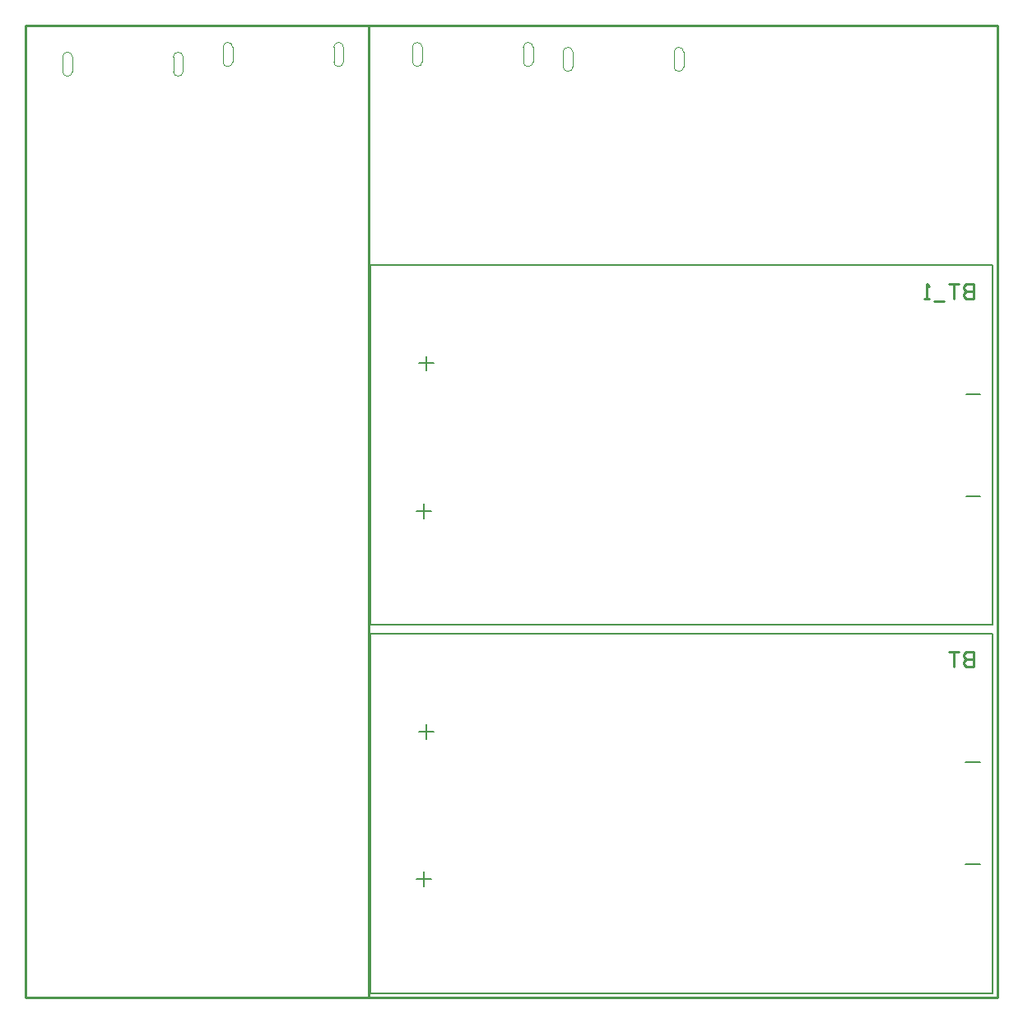
<source format=gbo>
G04*
G04 #@! TF.GenerationSoftware,Altium Limited,CircuitStudio,1.5.2 (1.5.2.30)*
G04*
G04 Layer_Color=13948096*
%FSLAX25Y25*%
%MOIN*%
G70*
G01*
G75*
%ADD27C,0.01000*%
%ADD32C,0.00000*%
%ADD51C,0.00500*%
D27*
X483858Y239856D02*
Y233858D01*
X480859D01*
X479860Y234858D01*
Y235858D01*
X480859Y236857D01*
X483858D01*
X480859D01*
X479860Y237857D01*
Y238857D01*
X480859Y239856D01*
X483858D01*
X477860D02*
X473862D01*
X475861D01*
Y233858D01*
X483957Y388970D02*
Y382972D01*
X480958D01*
X479958Y383972D01*
Y384972D01*
X480958Y385971D01*
X483957D01*
X480958D01*
X479958Y386971D01*
Y387971D01*
X480958Y388970D01*
X483957D01*
X477959D02*
X473960D01*
X475959D01*
Y382972D01*
X471961Y381973D02*
X467962D01*
X465963Y382972D02*
X463963D01*
X464963D01*
Y388970D01*
X465963Y387971D01*
X100000Y100000D02*
X493701D01*
Y493701D01*
X100000D02*
X493701D01*
X100000Y100000D02*
Y493701D01*
X238976Y100000D02*
Y493701D01*
D32*
X161811Y473032D02*
G03*
X163779Y475000I0J1969D01*
G01*
X159843D02*
G03*
X161811Y473032I1969J0D01*
G01*
Y482874D02*
G03*
X159843Y480905I0J-1969D01*
G01*
X163779D02*
G03*
X161811Y482874I-1969J0D01*
G01*
X116929Y473032D02*
G03*
X118898Y475000I0J1969D01*
G01*
X114961D02*
G03*
X116929Y473032I1969J0D01*
G01*
Y482874D02*
G03*
X114961Y480905I0J-1969D01*
G01*
X118898D02*
G03*
X116929Y482874I-1969J0D01*
G01*
X321654D02*
G03*
X319685Y484842I-1969J0D01*
G01*
D02*
G03*
X317717Y482874I0J-1969D01*
G01*
Y476968D02*
G03*
X319685Y475000I1969J0D01*
G01*
D02*
G03*
X321654Y476968I0J1969D01*
G01*
X366535Y482874D02*
G03*
X364567Y484842I-1969J0D01*
G01*
D02*
G03*
X362598Y482874I0J-1969D01*
G01*
Y476968D02*
G03*
X364567Y475000I1969J0D01*
G01*
D02*
G03*
X366535Y476968I0J1969D01*
G01*
X226772D02*
G03*
X228740Y478937I0J1969D01*
G01*
X224803D02*
G03*
X226772Y476968I1969J0D01*
G01*
Y486811D02*
G03*
X224803Y484842I0J-1969D01*
G01*
X228740D02*
G03*
X226772Y486811I-1969J0D01*
G01*
X181890Y476968D02*
G03*
X183858Y478937I0J1969D01*
G01*
X179921D02*
G03*
X181890Y476968I1969J0D01*
G01*
Y486811D02*
G03*
X179921Y484842I0J-1969D01*
G01*
X183858D02*
G03*
X181890Y486811I-1969J0D01*
G01*
X260630Y484842D02*
G03*
X258661Y486811I-1969J0D01*
G01*
D02*
G03*
X256693Y484842I0J-1969D01*
G01*
Y478937D02*
G03*
X258661Y476968I1969J0D01*
G01*
D02*
G03*
X260630Y478937I0J1969D01*
G01*
X305512Y484842D02*
G03*
X303543Y486811I-1969J0D01*
G01*
D02*
G03*
X301575Y484842I0J-1969D01*
G01*
Y478937D02*
G03*
X303543Y476968I1969J0D01*
G01*
D02*
G03*
X305512Y478937I0J1969D01*
G01*
X159843Y475000D02*
Y480905D01*
X163779Y475000D02*
Y480905D01*
X114961Y475000D02*
Y480905D01*
X118898Y475000D02*
Y480905D01*
X321654Y476968D02*
Y482874D01*
X317717Y476968D02*
Y482874D01*
X366535Y476968D02*
Y482874D01*
X362598Y476968D02*
Y482874D01*
X224803Y478937D02*
Y484842D01*
X228740Y478937D02*
Y484842D01*
X179921Y478937D02*
Y484842D01*
X183858Y478937D02*
Y484842D01*
X260630Y478937D02*
Y484842D01*
X256693Y478937D02*
Y484842D01*
X305512Y478937D02*
Y484842D01*
X301575Y478937D02*
Y484842D01*
D51*
X262205Y204764D02*
Y210669D01*
X259252Y207716D02*
X265157D01*
X480709Y153937D02*
X486614D01*
X258307Y147874D02*
X264212D01*
X261260Y144921D02*
Y150827D01*
X491535Y101772D02*
Y247441D01*
X239567D02*
X491535D01*
X239567Y101772D02*
Y247441D01*
Y101772D02*
X491535D01*
X480709Y195276D02*
X486614D01*
X262303Y353878D02*
Y359784D01*
X259350Y356831D02*
X265256D01*
X480807Y303051D02*
X486713D01*
X258405Y296988D02*
X264311D01*
X261358Y294035D02*
Y299941D01*
X491634Y250886D02*
Y396555D01*
X239665D02*
X491634D01*
X239665Y250886D02*
Y396555D01*
Y250886D02*
X491634D01*
X480807Y344390D02*
X486713D01*
M02*

</source>
